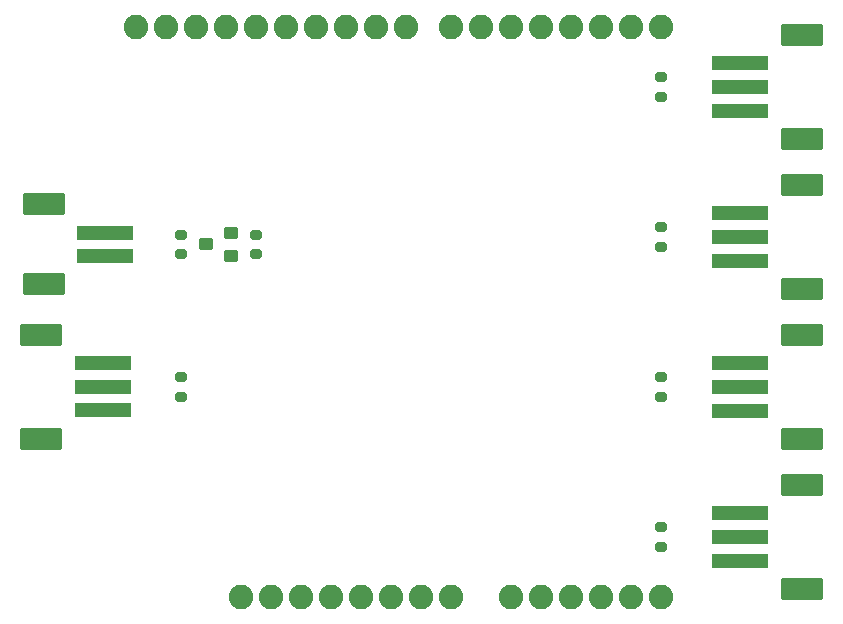
<source format=gts>
%TF.GenerationSoftware,KiCad,Pcbnew,8.0.5*%
%TF.CreationDate,2024-10-24T20:07:57-06:00*%
%TF.ProjectId,Diorama_Controller,44696f72-616d-4615-9f43-6f6e74726f6c,v10*%
%TF.SameCoordinates,Original*%
%TF.FileFunction,Soldermask,Top*%
%TF.FilePolarity,Negative*%
%FSLAX46Y46*%
G04 Gerber Fmt 4.6, Leading zero omitted, Abs format (unit mm)*
G04 Created by KiCad (PCBNEW 8.0.5) date 2024-10-24 20:07:57*
%MOMM*%
%LPD*%
G01*
G04 APERTURE LIST*
G04 Aperture macros list*
%AMRoundRect*
0 Rectangle with rounded corners*
0 $1 Rounding radius*
0 $2 $3 $4 $5 $6 $7 $8 $9 X,Y pos of 4 corners*
0 Add a 4 corners polygon primitive as box body*
4,1,4,$2,$3,$4,$5,$6,$7,$8,$9,$2,$3,0*
0 Add four circle primitives for the rounded corners*
1,1,$1+$1,$2,$3*
1,1,$1+$1,$4,$5*
1,1,$1+$1,$6,$7*
1,1,$1+$1,$8,$9*
0 Add four rect primitives between the rounded corners*
20,1,$1+$1,$2,$3,$4,$5,0*
20,1,$1+$1,$4,$5,$6,$7,0*
20,1,$1+$1,$6,$7,$8,$9,0*
20,1,$1+$1,$8,$9,$2,$3,0*%
G04 Aperture macros list end*
%ADD10RoundRect,0.200000X-0.275000X0.200000X-0.275000X-0.200000X0.275000X-0.200000X0.275000X0.200000X0*%
%ADD11RoundRect,0.101600X0.450000X-0.400000X0.450000X0.400000X-0.450000X0.400000X-0.450000X-0.400000X0*%
%ADD12RoundRect,0.101600X2.300000X-0.500000X2.300000X0.500000X-2.300000X0.500000X-2.300000X-0.500000X0*%
%ADD13RoundRect,0.101600X1.700000X0.800000X-1.700000X0.800000X-1.700000X-0.800000X1.700000X-0.800000X0*%
%ADD14RoundRect,0.101600X-2.300000X0.500000X-2.300000X-0.500000X2.300000X-0.500000X2.300000X0.500000X0*%
%ADD15RoundRect,0.101600X-1.700000X-0.800000X1.700000X-0.800000X1.700000X0.800000X-1.700000X0.800000X0*%
%ADD16RoundRect,0.200000X0.275000X-0.200000X0.275000X0.200000X-0.275000X0.200000X-0.275000X-0.200000X0*%
%ADD17C,2.082800*%
G04 APERTURE END LIST*
D10*
%TO.C,R8*%
X13970000Y33210000D03*
X13970000Y31560000D03*
%TD*%
D11*
%TO.C,Q1*%
X18145000Y31435000D03*
X18145000Y33335000D03*
X16045000Y32385000D03*
%TD*%
D12*
%TO.C,J6*%
X7310000Y18330000D03*
X7310000Y20330000D03*
X7310000Y22330000D03*
D13*
X2110000Y15930000D03*
X2110000Y24730000D03*
%TD*%
D12*
%TO.C,J5*%
X7510000Y31385000D03*
X7510000Y33385000D03*
D13*
X2310000Y28985000D03*
X2310000Y35785000D03*
%TD*%
D14*
%TO.C,J4*%
X61270000Y9610000D03*
X61270000Y7610000D03*
X61270000Y5610000D03*
D15*
X66470000Y12010000D03*
X66470000Y3210000D03*
%TD*%
D14*
%TO.C,J3*%
X61270000Y22310000D03*
X61270000Y20310000D03*
X61270000Y18310000D03*
D15*
X66470000Y24710000D03*
X66470000Y15910000D03*
%TD*%
D14*
%TO.C,J2*%
X61270000Y47710000D03*
X61270000Y45710000D03*
X61270000Y43710000D03*
D15*
X66470000Y50110000D03*
X66470000Y41310000D03*
%TD*%
D14*
%TO.C,J1*%
X61270000Y35010000D03*
X61270000Y33010000D03*
X61270000Y31010000D03*
D15*
X66470000Y37410000D03*
X66470000Y28610000D03*
%TD*%
D10*
%TO.C,R3*%
X54610000Y21145000D03*
X54610000Y19495000D03*
%TD*%
D16*
%TO.C,R7*%
X20320000Y31560000D03*
X20320000Y33210000D03*
%TD*%
D17*
%TO.C,B1*%
X26670000Y2540000D03*
X29210000Y2540000D03*
X41910000Y2540000D03*
X44450000Y2540000D03*
X46990000Y2540000D03*
X49530000Y2540000D03*
X12700000Y50800000D03*
X52070000Y2540000D03*
X10160000Y50800000D03*
X54610000Y2540000D03*
X15240000Y50800000D03*
X54610000Y50800000D03*
X52070000Y50800000D03*
X49530000Y50800000D03*
X46990000Y50800000D03*
X44450000Y50800000D03*
X41910000Y50800000D03*
X39370000Y50800000D03*
X36830000Y50800000D03*
X33020000Y50800000D03*
X30480000Y50800000D03*
X27940000Y50800000D03*
X25400000Y50800000D03*
X22860000Y50800000D03*
X20320000Y50800000D03*
X17780000Y50800000D03*
X34290000Y2540000D03*
X31750000Y2540000D03*
X21590000Y2540000D03*
X19050000Y2540000D03*
X36830000Y2540000D03*
X24130000Y2540000D03*
%TD*%
D10*
%TO.C,R1*%
X54610000Y46545000D03*
X54610000Y44895000D03*
%TD*%
%TO.C,R4*%
X54610000Y8445000D03*
X54610000Y6795000D03*
%TD*%
D16*
%TO.C,R5*%
X13970000Y19495000D03*
X13970000Y21145000D03*
%TD*%
D10*
%TO.C,R2*%
X54610000Y33845000D03*
X54610000Y32195000D03*
%TD*%
M02*

</source>
